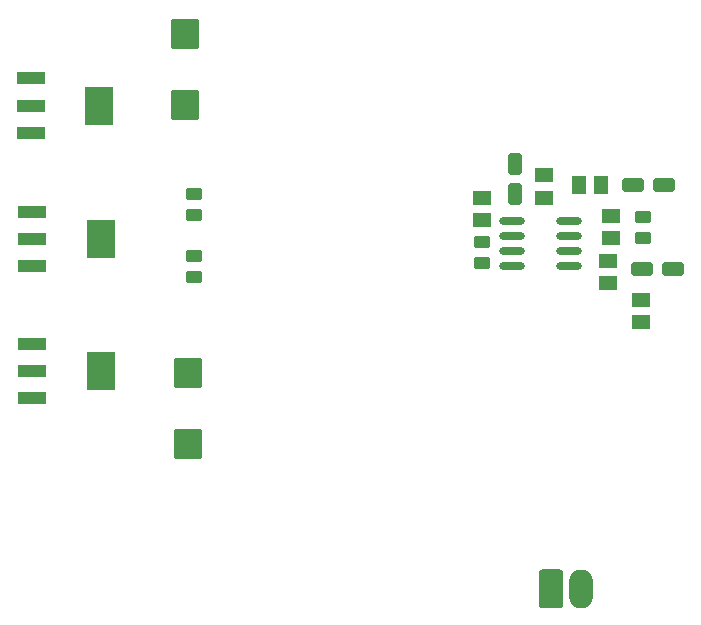
<source format=gbp>
G04 Layer_Color=128*
%FSLAX25Y25*%
%MOIN*%
G70*
G01*
G75*
%ADD10R,0.05906X0.05118*%
%ADD11R,0.05118X0.05906*%
G04:AMPARAMS|DCode=14|XSize=55.12mil|YSize=39.37mil|CornerRadius=4.92mil|HoleSize=0mil|Usage=FLASHONLY|Rotation=180.000|XOffset=0mil|YOffset=0mil|HoleType=Round|Shape=RoundedRectangle|*
%AMROUNDEDRECTD14*
21,1,0.05512,0.02953,0,0,180.0*
21,1,0.04528,0.03937,0,0,180.0*
1,1,0.00984,-0.02264,0.01476*
1,1,0.00984,0.02264,0.01476*
1,1,0.00984,0.02264,-0.01476*
1,1,0.00984,-0.02264,-0.01476*
%
%ADD14ROUNDEDRECTD14*%
G04:AMPARAMS|DCode=15|XSize=96.46mil|YSize=100.39mil|CornerRadius=9.65mil|HoleSize=0mil|Usage=FLASHONLY|Rotation=180.000|XOffset=0mil|YOffset=0mil|HoleType=Round|Shape=RoundedRectangle|*
%AMROUNDEDRECTD15*
21,1,0.09646,0.08110,0,0,180.0*
21,1,0.07717,0.10039,0,0,180.0*
1,1,0.01929,-0.03858,0.04055*
1,1,0.01929,0.03858,0.04055*
1,1,0.01929,0.03858,-0.04055*
1,1,0.01929,-0.03858,-0.04055*
%
%ADD15ROUNDEDRECTD15*%
%ADD19O,0.08661X0.02362*%
%ADD21O,0.08000X0.13000*%
G04:AMPARAMS|DCode=22|XSize=130mil|YSize=80mil|CornerRadius=10mil|HoleSize=0mil|Usage=FLASHONLY|Rotation=90.000|XOffset=0mil|YOffset=0mil|HoleType=Round|Shape=RoundedRectangle|*
%AMROUNDEDRECTD22*
21,1,0.13000,0.06000,0,0,90.0*
21,1,0.11000,0.08000,0,0,90.0*
1,1,0.02000,0.03000,0.05500*
1,1,0.02000,0.03000,-0.05500*
1,1,0.02000,-0.03000,-0.05500*
1,1,0.02000,-0.03000,0.05500*
%
%ADD22ROUNDEDRECTD22*%
G04:AMPARAMS|DCode=41|XSize=70.87mil|YSize=47.24mil|CornerRadius=5.91mil|HoleSize=0mil|Usage=FLASHONLY|Rotation=0.000|XOffset=0mil|YOffset=0mil|HoleType=Round|Shape=RoundedRectangle|*
%AMROUNDEDRECTD41*
21,1,0.07087,0.03543,0,0,0.0*
21,1,0.05906,0.04724,0,0,0.0*
1,1,0.01181,0.02953,-0.01772*
1,1,0.01181,-0.02953,-0.01772*
1,1,0.01181,-0.02953,0.01772*
1,1,0.01181,0.02953,0.01772*
%
%ADD41ROUNDEDRECTD41*%
G04:AMPARAMS|DCode=42|XSize=70.87mil|YSize=47.24mil|CornerRadius=5.91mil|HoleSize=0mil|Usage=FLASHONLY|Rotation=90.000|XOffset=0mil|YOffset=0mil|HoleType=Round|Shape=RoundedRectangle|*
%AMROUNDEDRECTD42*
21,1,0.07087,0.03543,0,0,90.0*
21,1,0.05906,0.04724,0,0,90.0*
1,1,0.01181,0.01772,0.02953*
1,1,0.01181,0.01772,-0.02953*
1,1,0.01181,-0.01772,-0.02953*
1,1,0.01181,-0.01772,0.02953*
%
%ADD42ROUNDEDRECTD42*%
%ADD43R,0.09449X0.03937*%
%ADD44R,0.09449X0.12992*%
D10*
X1437500Y1006260D02*
D03*
Y1013740D02*
D03*
X1416000Y1034760D02*
D03*
Y1042240D02*
D03*
X1438500Y1028740D02*
D03*
Y1021260D02*
D03*
X1395500Y1034740D02*
D03*
Y1027260D02*
D03*
X1448500Y1000740D02*
D03*
Y993260D02*
D03*
D11*
X1435240Y1039000D02*
D03*
X1427760D02*
D03*
D14*
X1299500Y1008457D02*
D03*
Y1015543D02*
D03*
X1395500Y1012957D02*
D03*
Y1020043D02*
D03*
X1449000Y1028543D02*
D03*
Y1021457D02*
D03*
X1299500Y1028957D02*
D03*
Y1036043D02*
D03*
D15*
X1297500Y952591D02*
D03*
Y976409D02*
D03*
X1296500Y1089409D02*
D03*
Y1065591D02*
D03*
D19*
X1405551Y1012000D02*
D03*
Y1017000D02*
D03*
Y1022000D02*
D03*
Y1027000D02*
D03*
X1424449Y1012000D02*
D03*
Y1017000D02*
D03*
Y1022000D02*
D03*
Y1027000D02*
D03*
D21*
X1428500Y904500D02*
D03*
D22*
X1418500D02*
D03*
D41*
X1445882Y1039000D02*
D03*
X1456118D02*
D03*
X1459118Y1011000D02*
D03*
X1448882D02*
D03*
D42*
X1406500Y1035882D02*
D03*
Y1046118D02*
D03*
D43*
X1245583Y967945D02*
D03*
Y977000D02*
D03*
Y986055D02*
D03*
Y1011945D02*
D03*
Y1021000D02*
D03*
Y1030055D02*
D03*
X1245083Y1056445D02*
D03*
Y1065500D02*
D03*
Y1074555D02*
D03*
D44*
X1268417Y977000D02*
D03*
Y1021000D02*
D03*
X1267917Y1065500D02*
D03*
M02*

</source>
